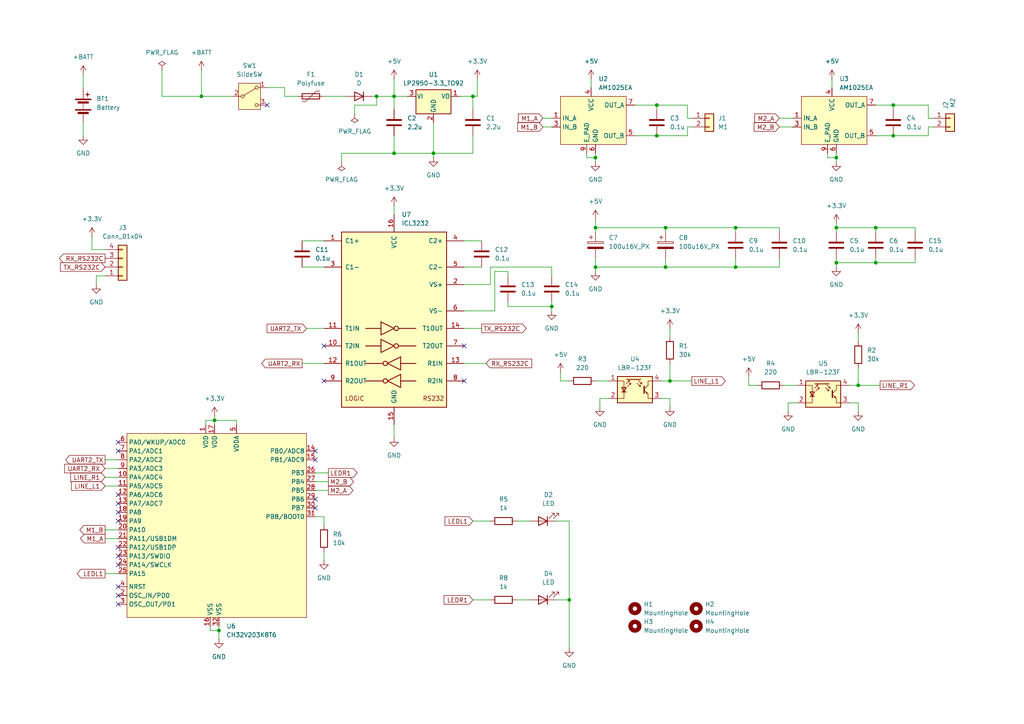
<source format=kicad_sch>
(kicad_sch (version 20250114) (generator "eeschema") (generator_version "9.0")
  (paper "A4")
  (title_block (title "ProgrammingKIT_Car") (date "2025-11-27") (rev "1.0.0") (company "©2025 CITERA"))
  (lib_symbols
    (symbol "CH32V:CH32V203K8T6"
      (property "Reference" "U" (at -16.51 29.21 0))
      (property "Value" "CH32V203K8T6" (at -15.24 26.67 0))
      (symbol "CH32V203K8T6_1_1"
        (pin bidirectional line (at -27.94 22.86 0) (length 2.54) (name "PA0/WKUP/ADC0") (number "6"))
        (pin bidirectional line (at -27.94 20.32 0) (length 2.54) (name "PA1/ADC1") (number "7"))
        (pin bidirectional line (at -27.94 17.78 0) (length 2.54) (name "PA2/ADC2") (number "8"))
        (pin bidirectional line (at -27.94 15.24 0) (length 2.54) (name "PA3/ADC3") (number "9"))
        (pin bidirectional line (at -27.94 12.7 0) (length 2.54) (name "PA4/ADC4") (number "10"))
        (pin bidirectional line (at -27.94 10.16 0) (length 2.54) (name "PA5/ADC5") (number "11"))
        (pin bidirectional line (at -27.94 7.62 0) (length 2.54) (name "PA6/ADC6") (number "12"))
        (pin bidirectional line (at -27.94 5.08 0) (length 2.54) (name "PA7/ADC7") (number "13"))
        (pin bidirectional line (at -27.94 2.54 0) (length 2.54) (name "PA8") (number "18"))
        (pin bidirectional line (at -27.94 0 0) (length 2.54) (name "PA9") (number "19"))
        (pin bidirectional line (at -27.94 -2.54 0) (length 2.54) (name "PA10") (number "20"))
        (pin bidirectional line (at -27.94 -5.08 0) (length 2.54) (name "PA11/USB1DM") (number "21"))
        (pin bidirectional line (at -27.94 -7.62 0) (length 2.54) (name "PA12/USB1DP") (number "22"))
        (pin bidirectional line (at -27.94 -10.16 0) (length 2.54) (name "PA13/SWDIO") (number "23"))
        (pin bidirectional line (at -27.94 -12.7 0) (length 2.54) (name "PA14/SWCLK") (number "24"))
        (pin bidirectional line (at -27.94 -15.24 0) (length 2.54) (name "PA15") (number "25"))
        (pin bidirectional line (at -27.94 -19.05 0) (length 2.54) (name "NRST") (number "4"))
        (pin bidirectional line (at -27.94 -21.59 0) (length 2.54) (name "OSC_IN/PD0") (number "2"))
        (pin bidirectional line (at -27.94 -24.13 0) (length 2.54) (name "OSC_OUT/PD1") (number "3"))
        (pin power_in line (at -2.54 27.94 270) (length 2.54) (name "VDD") (number "1"))
        (pin power_in line (at -1.27 -30.48 90) (length 2.54) (name "VSS") (number "16"))
        (pin power_in line (at 0 27.94 270) (length 2.54) (name "VDD") (number "17"))
        (pin power_in line (at 1.27 -30.48 90) (length 2.54) (name "VSS") (number "32"))
        (pin power_in line (at 6.35 27.94 270) (length 2.54) (name "VDDA") (number "5"))
        (pin bidirectional line (at 29.21 20.32 180) (length 2.54) (name "PB0/ADC8") (number "14"))
        (pin bidirectional line (at 29.21 17.78 180) (length 2.54) (name "PB1/ADC9") (number "15"))
        (pin bidirectional line (at 29.21 13.97 180) (length 2.54) (name "PB3") (number "26"))
        (pin bidirectional line (at 29.21 11.43 180) (length 2.54) (name "PB4") (number "27"))
        (pin bidirectional line (at 29.21 8.89 180) (length 2.54) (name "PB5") (number "28"))
        (pin bidirectional line (at 29.21 6.35 180) (length 2.54) (name "PB6") (number "29"))
        (pin bidirectional line (at 29.21 3.81 180) (length 2.54) (name "PB7") (number "30"))
        (pin bidirectional line (at 29.21 1.27 180) (length 2.54) (name "PB8/BOOT0") (number "31"))
      )
    )
    (symbol "Connector_Generic:Conn_01x02" (pin_names (offset 1.016) (hide yes))
      (property "Reference" "J" (at 0 2.54 0))
      (property "Value" "Conn_01x02" (at 0 -5.08 0))
      (symbol "Conn_01x02_1_1"
        (pin passive line (at -5.08 0 0) (length 3.81) (name "Pin_1") (number "1"))
        (pin passive line (at -5.08 -2.54 0) (length 3.81) (name "Pin_2") (number "2"))
      )
    )
    (symbol "Connector_Generic:Conn_01x04" (pin_names (offset 1.016) (hide yes))
      (property "Reference" "J" (at 0 5.08 0))
      (property "Value" "Conn_01x04" (at 0 -7.62 0))
      (symbol "Conn_01x04_1_1"
        (pin passive line (at -5.08 2.54 0) (length 3.81) (name "Pin_1") (number "1"))
        (pin passive line (at -5.08 0 0) (length 3.81) (name "Pin_2") (number "2"))
        (pin passive line (at -5.08 -2.54 0) (length 3.81) (name "Pin_3") (number "3"))
        (pin passive line (at -5.08 -5.08 0) (length 3.81) (name "Pin_4") (number "4"))
      )
    )
    (symbol "Device:Battery" (pin_numbers (hide yes)) (pin_names (offset 0) (hide yes))
      (property "Reference" "BT" (at 2.54 2.54 0))
      (property "Value" "Battery" (at 2.54 0 0))
      (symbol "Battery_1_1"
        (pin passive line (at 0 5.08 270) (length 2.54) (name "+") (number "1"))
        (pin passive line (at 0 -5.08 90) (length 2.54) (name "-") (number "2"))
      )
    )
    (symbol "Device:C" (pin_numbers (hide yes)) (pin_names (offset 0.254))
      (property "Reference" "C" (at 0.635 2.54 0))
      (property "Value" "C" (at 0.635 -2.54 0))
      (symbol "C_1_1"
        (pin passive line (at 0 3.81 270) (length 2.794) (name "~") (number "1"))
        (pin passive line (at 0 -3.81 90) (length 2.794) (name "~") (number "2"))
      )
    )
    (symbol "Device:C_Polarized" (pin_numbers (hide yes)) (pin_names (offset 0.254))
      (property "Reference" "C" (at 0.635 2.54 0))
      (property "Value" "C_Polarized" (at 0.635 -2.54 0))
      (symbol "C_Polarized_1_1"
        (pin passive line (at 0 3.81 270) (length 2.794) (name "~") (number "1"))
        (pin passive line (at 0 -3.81 90) (length 2.794) (name "~") (number "2"))
      )
    )
    (symbol "Device:D" (pin_numbers (hide yes)) (pin_names (offset 1.016) (hide yes))
      (property "Reference" "D" (at 0 2.54 0))
      (property "Value" "D" (at 0 -2.54 0))
      (symbol "D_1_1"
        (pin passive line (at -3.81 0 0) (length 2.54) (name "K") (number "1"))
        (pin passive line (at 3.81 0 180) (length 2.54) (name "A") (number "2"))
      )
    )
    (symbol "Device:LED" (pin_numbers (hide yes)) (pin_names (offset 1.016) (hide yes))
      (property "Reference" "D" (at 0 2.54 0))
      (property "Value" "LED" (at 0 -2.54 0))
      (symbol "LED_1_1"
        (pin passive line (at -3.81 0 0) (length 2.54) (name "K") (number "1"))
        (pin passive line (at 3.81 0 180) (length 2.54) (name "A") (number "2"))
      )
    )
    (symbol "Device:Polyfuse" (pin_numbers (hide yes)) (pin_names (offset 0))
      (property "Reference" "F" (at -2.54 0 90))
      (property "Value" "Polyfuse" (at 2.54 0 90))
      (symbol "Polyfuse_1_1"
        (pin passive line (at 0 3.81 270) (length 1.27) (name "~") (number "1"))
        (pin passive line (at 0 -3.81 90) (length 1.27) (name "~") (number "2"))
      )
    )
    (symbol "Device:R" (pin_numbers (hide yes)) (pin_names (offset 0))
      (property "Reference" "R" (at 2.032 0 90))
      (property "Value" "R" (at 0 0 90))
      (symbol "R_1_1"
        (pin passive line (at 0 3.81 270) (length 1.27) (name "~") (number "1"))
        (pin passive line (at 0 -3.81 90) (length 1.27) (name "~") (number "2"))
      )
    )
    (symbol "Interface_UART:ICL3232" (pin_names (offset 1.016))
      (property "Reference" "U" (at -2.54 28.575 0))
      (property "Value" "ICL3232" (at -2.54 26.67 0))
      (symbol "ICL3232_0_0"
        (text "LOGIC" (at -11.43 -22.86 0) (effects (font (size 1.27 1.27))))
        (text "RS232" (at 11.43 -22.86 0) (effects (font (size 1.27 1.27))))
      )
      (symbol "ICL3232_1_1"
        (pin passive line (at -20.32 22.86 0) (length 5.08) (name "C1+") (number "1"))
        (pin passive line (at -20.32 15.24 0) (length 5.08) (name "C1-") (number "3"))
        (pin input line (at -20.32 -2.54 0) (length 5.08) (name "T1IN") (number "11"))
        (pin input line (at -20.32 -7.62 0) (length 5.08) (name "T2IN") (number "10"))
        (pin output line (at -20.32 -12.7 0) (length 5.08) (name "R1OUT") (number "12"))
        (pin output line (at -20.32 -17.78 0) (length 5.08) (name "R2OUT") (number "9"))
        (pin power_in line (at 0 30.48 270) (length 5.08) (name "VCC") (number "16"))
        (pin power_in line (at 0 -30.48 90) (length 5.08) (name "GND") (number "15"))
        (pin passive line (at 20.32 22.86 180) (length 5.08) (name "C2+") (number "4"))
        (pin passive line (at 20.32 15.24 180) (length 5.08) (name "C2-") (number "5"))
        (pin power_out line (at 20.32 10.16 180) (length 5.08) (name "VS+") (number "2"))
        (pin power_out line (at 20.32 2.54 180) (length 5.08) (name "VS-") (number "6"))
        (pin output line (at 20.32 -2.54 180) (length 5.08) (name "T1OUT") (number "14"))
        (pin output line (at 20.32 -7.62 180) (length 5.08) (name "T2OUT") (number "7"))
        (pin input line (at 20.32 -12.7 180) (length 5.08) (name "R1IN") (number "13"))
        (pin input line (at 20.32 -17.78 180) (length 5.08) (name "R2IN") (number "8"))
      )
    )
    (symbol "Mechanical:MountingHole" (pin_names (offset 1.016)) (in_bom no)
      (property "Reference" "H" (at 0 5.08 0))
      (property "Value" "MountingHole" (at 0 3.175 0))
    )
    (symbol "Regulator_Linear:LP2950-3.3_TO92" (pin_names (offset 0.254))
      (property "Reference" "U" (at -3.81 3.175 0))
      (property "Value" "LP2950-3.3_TO92" (at 0 3.175 0))
      (symbol "LP2950-3.3_TO92_1_1"
        (pin power_in line (at -7.62 0 0) (length 2.54) (name "VI") (number "3"))
        (pin power_in line (at 0 -7.62 90) (length 2.54) (name "GND") (number "2"))
        (pin power_out line (at 7.62 0 180) (length 2.54) (name "VO") (number "1"))
      )
    )
    (symbol "Switch:SW_SPDT" (pin_names (offset 0) (hide yes))
      (property "Reference" "SW" (at 0 5.08 0))
      (property "Value" "SW_SPDT" (at 0 -5.08 0))
      (symbol "SW_SPDT_1_1"
        (pin passive line (at -5.08 0 0) (length 2.54) (name "B") (number "2"))
        (pin passive line (at 5.08 2.54 180) (length 2.54) (name "A") (number "1"))
        (pin passive line (at 5.08 -2.54 180) (length 2.54) (name "C") (number "3"))
      )
    )
    (symbol "power:+3.3V" (power) (pin_numbers (hide yes)) (pin_names (offset 0) (hide yes))
      (property "Value" "+3.3V" (at 0 3.556 0))
      (symbol "+3.3V_1_1"
        (pin power_in line (at 0 0 90) (length 0) (name "~") (number "1"))
      )
    )
    (symbol "power:+5V" (power) (pin_numbers (hide yes)) (pin_names (offset 0) (hide yes))
      (property "Value" "+5V" (at 0 3.556 0))
      (symbol "+5V_1_1"
        (pin power_in line (at 0 0 90) (length 0) (name "~") (number "1"))
      )
    )
    (symbol "power:+BATT" (power) (pin_numbers (hide yes)) (pin_names (offset 0) (hide yes))
      (property "Value" "+BATT" (at 0 3.556 0))
      (symbol "+BATT_1_1"
        (pin power_in line (at 0 0 90) (length 0) (name "~") (number "1"))
      )
    )
    (symbol "power:GND" (power) (pin_numbers (hide yes)) (pin_names (offset 0) (hide yes))
      (property "Value" "GND" (at 0 -3.81 0))
      (symbol "GND_1_1"
        (pin power_in line (at 0 0 270) (length 0) (name "~") (number "1"))
      )
    )
    (symbol "power:PWR_FLAG" (power) (pin_numbers (hide yes)) (pin_names (offset 0) (hide yes))
      (property "Value" "PWR_FLAG" (at 0 3.81 0))
      (symbol "PWR_FLAG_0_0"
        (pin power_out line (at 0 0 90) (length 0) (name "~") (number "1"))
      )
    )
    (symbol "watashi:AM1025EA"
      (property "Reference" "U" (at 0.254 10.922 0))
      (property "Value" "AM1025EA" (at 3.048 8.89 0))
      (symbol "AM1025EA_1_1"
        (pin input line (at -13.97 1.27 0) (length 2.54) (name "IN_A") (number "1"))
        (pin input line (at -13.97 -1.27 0) (length 2.54) (name "IN_B") (number "3"))
        (pin power_in line (at -3.81 -8.89 90) (length 2.54) (name "E_PAD") (number "9"))
        (pin power_in line (at -2.54 10.16 270) (length 2.54) (name "VCC") (number "4"))
        (pin power_in line (at -1.27 -8.89 90) (length 2.54) (name "GND") (number "6"))
        (pin output line (at 10.16 5.08 180) (length 2.54) (name "OUT_A") (number "7"))
        (pin no_connect line (at 10.16 2.54 180) (length 2.54) (hide yes) (name "") (number "2"))
        (pin no_connect line (at 10.16 0 180) (length 2.54) (hide yes) (name "") (number "8"))
        (pin output line (at 10.16 -3.81 180) (length 2.54) (name "OUT_B") (number "5"))
      )
    )
    (symbol "watashi:LBR-123F" (pin_names (offset 0.0254) (hide yes))
      (property "Reference" "U" (at -5.08 5.08 0))
      (property "Value" "LBR-123F" (at 7.62 5.08 0))
      (symbol "LBR-123F_1_1"
        (pin passive line (at -7.62 2.54 0) (length 2.54) (name "A") (number "1"))
        (pin passive line (at -7.62 -2.54 0) (length 2.54) (name "K") (number "2"))
        (pin open_collector line (at 7.62 2.54 180) (length 2.54) (name "C") (number "4"))
        (pin open_emitter line (at 7.62 -2.54 180) (length 2.54) (name "E") (number "3"))
      )
    )
  )
  (junction (at 165.1 173.99))
  (junction (at 242.57 76.2))
  (junction (at 248.92 111.76))
  (junction (at 114.3 27.94))
  (junction (at 137.16 27.94))
  (junction (at 213.36 66.04))
  (junction (at 193.04 77.47))
  (junction (at 213.36 77.47))
  (junction (at 254 76.2))
  (junction (at 114.3 44.45))
  (junction (at 190.5 39.37))
  (junction (at 62.23 121.92))
  (junction (at 259.08 39.37))
  (junction (at 259.08 30.48))
  (junction (at 172.72 66.04))
  (junction (at 194.31 110.49))
  (junction (at 254 66.04))
  (junction (at 160.02 88.9))
  (junction (at 242.57 45.72))
  (junction (at 190.5 30.48))
  (junction (at 109.22 27.94))
  (junction (at 172.72 77.47))
  (junction (at 58.42 27.94))
  (junction (at 63.5 182.88))
  (junction (at 172.72 45.72))
  (junction (at 193.04 66.04))
  (junction (at 125.73 44.45))
  (junction (at 242.57 66.04))
  (no_connect (at 34.29 158.75))
  (no_connect (at 93.98 110.49))
  (no_connect (at 34.29 143.51))
  (no_connect (at 34.29 163.83))
  (no_connect (at 34.29 151.13))
  (no_connect (at 34.29 128.27))
  (no_connect (at 91.44 144.78))
  (no_connect (at 91.44 147.32))
  (no_connect (at 34.29 170.18))
  (no_connect (at 34.29 161.29))
  (no_connect (at 91.44 130.81))
  (no_connect (at 93.98 100.33))
  (no_connect (at 91.44 133.35))
  (no_connect (at 134.62 110.49))
  (no_connect (at 77.47 30.48))
  (no_connect (at 34.29 130.81))
  (no_connect (at 34.29 175.26))
  (no_connect (at 34.29 146.05))
  (no_connect (at 34.29 148.59))
  (no_connect (at 134.62 100.33))
  (no_connect (at 34.29 172.72))
  (wire (pts (xy 171.45 22.86) (xy 171.45 25.4)))
  (wire (pts (xy 165.1 151.13) (xy 161.29 151.13)))
  (wire (pts (xy 242.57 74.93) (xy 242.57 76.2)))
  (wire (pts (xy 194.31 110.49) (xy 200.66 110.49)))
  (wire (pts (xy 24.13 21.59) (xy 24.13 25.4)))
  (wire (pts (xy 125.73 35.56) (xy 125.73 44.45)))
  (wire (pts (xy 172.72 66.04) (xy 172.72 67.31)))
  (wire (pts (xy 142.24 77.47) (xy 160.02 77.47)))
  (wire (pts (xy 58.42 20.32) (xy 58.42 27.94)))
  (wire (pts (xy 184.15 39.37) (xy 190.5 39.37)))
  (wire (pts (xy 59.69 121.92) (xy 62.23 121.92)))
  (wire (pts (xy 59.69 123.19) (xy 59.69 121.92)))
  (wire (pts (xy 173.99 118.11) (xy 173.99 115.57)))
  (wire (pts (xy 114.3 27.94) (xy 118.11 27.94)))
  (wire (pts (xy 172.72 110.49) (xy 176.53 110.49)))
  (wire (pts (xy 114.3 22.86) (xy 114.3 27.94)))
  (wire (pts (xy 143.51 90.17) (xy 134.62 90.17)))
  (wire (pts (xy 193.04 67.31) (xy 193.04 66.04)))
  (wire (pts (xy 213.36 74.93) (xy 213.36 77.47)))
  (wire (pts (xy 30.48 80.01) (xy 27.94 80.01)))
  (wire (pts (xy 194.31 95.25) (xy 194.31 97.79)))
  (wire (pts (xy 172.72 77.47) (xy 172.72 78.74)))
  (wire (pts (xy 107.95 27.94) (xy 109.22 27.94)))
  (wire (pts (xy 134.62 77.47) (xy 139.7 77.47)))
  (wire (pts (xy 228.6 116.84) (xy 231.14 116.84)))
  (wire (pts (xy 193.04 66.04) (xy 172.72 66.04)))
  (wire (pts (xy 26.67 72.39) (xy 30.48 72.39)))
  (wire (pts (xy 191.77 115.57) (xy 194.31 115.57)))
  (wire (pts (xy 248.92 116.84) (xy 248.92 119.38)))
  (wire (pts (xy 109.22 27.94) (xy 109.22 30.48)))
  (wire (pts (xy 143.51 78.74) (xy 143.51 90.17)))
  (wire (pts (xy 172.72 45.72) (xy 172.72 46.99)))
  (wire (pts (xy 63.5 182.88) (xy 63.5 185.42)))
  (wire (pts (xy 109.22 27.94) (xy 114.3 27.94)))
  (wire (pts (xy 137.16 173.99) (xy 142.24 173.99)))
  (wire (pts (xy 30.48 140.97) (xy 34.29 140.97)))
  (wire (pts (xy 63.5 181.61) (xy 63.5 182.88)))
  (wire (pts (xy 134.62 105.41) (xy 140.97 105.41)))
  (wire (pts (xy 58.42 27.94) (xy 67.31 27.94)))
  (wire (pts (xy 184.15 30.48) (xy 190.5 30.48)))
  (wire (pts (xy 259.08 39.37) (xy 269.24 39.37)))
  (wire (pts (xy 137.16 27.94) (xy 138.43 27.94)))
  (wire (pts (xy 137.16 151.13) (xy 142.24 151.13)))
  (wire (pts (xy 30.48 138.43) (xy 34.29 138.43)))
  (wire (pts (xy 87.63 105.41) (xy 93.98 105.41)))
  (wire (pts (xy 246.38 111.76) (xy 248.92 111.76)))
  (wire (pts (xy 172.72 63.5) (xy 172.72 66.04)))
  (wire (pts (xy 125.73 44.45) (xy 137.16 44.45)))
  (wire (pts (xy 114.3 59.69) (xy 114.3 62.23)))
  (wire (pts (xy 226.06 36.83) (xy 229.87 36.83)))
  (wire (pts (xy 114.3 44.45) (xy 125.73 44.45)))
  (wire (pts (xy 95.25 142.24) (xy 91.44 142.24)))
  (wire (pts (xy 24.13 35.56) (xy 24.13 39.37)))
  (wire (pts (xy 194.31 105.41) (xy 194.31 110.49)))
  (wire (pts (xy 93.98 27.94) (xy 100.33 27.94)))
  (wire (pts (xy 242.57 44.45) (xy 242.57 45.72)))
  (wire (pts (xy 30.48 156.21) (xy 34.29 156.21)))
  (wire (pts (xy 226.06 34.29) (xy 229.87 34.29)))
  (wire (pts (xy 30.48 133.35) (xy 34.29 133.35)))
  (wire (pts (xy 254 76.2) (xy 242.57 76.2)))
  (wire (pts (xy 193.04 77.47) (xy 213.36 77.47)))
  (wire (pts (xy 199.39 30.48) (xy 199.39 34.29)))
  (wire (pts (xy 228.6 119.38) (xy 228.6 116.84)))
  (wire (pts (xy 95.25 139.7) (xy 91.44 139.7)))
  (wire (pts (xy 138.43 27.94) (xy 138.43 22.86)))
  (wire (pts (xy 242.57 66.04) (xy 254 66.04)))
  (wire (pts (xy 217.17 111.76) (xy 219.71 111.76)))
  (wire (pts (xy 270.51 36.83) (xy 269.24 36.83)))
  (wire (pts (xy 139.7 95.25) (xy 134.62 95.25)))
  (wire (pts (xy 133.35 27.94) (xy 137.16 27.94)))
  (wire (pts (xy 248.92 96.52) (xy 248.92 99.06)))
  (wire (pts (xy 254 66.04) (xy 254 67.31)))
  (wire (pts (xy 134.62 69.85) (xy 139.7 69.85)))
  (wire (pts (xy 95.25 137.16) (xy 91.44 137.16)))
  (wire (pts (xy 172.72 74.93) (xy 172.72 77.47)))
  (wire (pts (xy 153.67 151.13) (xy 149.86 151.13)))
  (wire (pts (xy 269.24 30.48) (xy 269.24 34.29)))
  (wire (pts (xy 30.48 166.37) (xy 34.29 166.37)))
  (wire (pts (xy 102.87 30.48) (xy 109.22 30.48)))
  (wire (pts (xy 82.55 25.4) (xy 82.55 27.94)))
  (wire (pts (xy 259.08 30.48) (xy 259.08 31.75)))
  (wire (pts (xy 125.73 45.72) (xy 125.73 44.45)))
  (wire (pts (xy 93.98 149.86) (xy 93.98 152.4)))
  (wire (pts (xy 160.02 87.63) (xy 160.02 88.9)))
  (wire (pts (xy 242.57 45.72) (xy 242.57 46.99)))
  (wire (pts (xy 87.63 69.85) (xy 93.98 69.85)))
  (wire (pts (xy 143.51 78.74) (xy 147.32 78.74)))
  (wire (pts (xy 114.3 127) (xy 114.3 123.19)))
  (wire (pts (xy 68.58 121.92) (xy 68.58 123.19)))
  (wire (pts (xy 269.24 34.29) (xy 270.51 34.29)))
  (wire (pts (xy 102.87 33.02) (xy 102.87 30.48)))
  (wire (pts (xy 77.47 25.4) (xy 82.55 25.4)))
  (wire (pts (xy 248.92 106.68) (xy 248.92 111.76)))
  (wire (pts (xy 213.36 77.47) (xy 226.06 77.47)))
  (wire (pts (xy 26.67 68.58) (xy 26.67 72.39)))
  (wire (pts (xy 190.5 30.48) (xy 190.5 31.75)))
  (wire (pts (xy 213.36 66.04) (xy 226.06 66.04)))
  (wire (pts (xy 172.72 44.45) (xy 172.72 45.72)))
  (wire (pts (xy 46.99 20.32) (xy 46.99 27.94)))
  (wire (pts (xy 259.08 30.48) (xy 269.24 30.48)))
  (wire (pts (xy 157.48 36.83) (xy 160.02 36.83)))
  (wire (pts (xy 160.02 77.47) (xy 160.02 80.01)))
  (wire (pts (xy 265.43 74.93) (xy 265.43 76.2)))
  (wire (pts (xy 242.57 66.04) (xy 242.57 67.31)))
  (wire (pts (xy 190.5 30.48) (xy 199.39 30.48)))
  (wire (pts (xy 147.32 80.01) (xy 147.32 78.74)))
  (wire (pts (xy 248.92 111.76) (xy 255.27 111.76)))
  (wire (pts (xy 30.48 153.67) (xy 34.29 153.67)))
  (wire (pts (xy 82.55 27.94) (xy 86.36 27.94)))
  (wire (pts (xy 170.18 45.72) (xy 170.18 44.45)))
  (wire (pts (xy 27.94 80.01) (xy 27.94 82.55)))
  (wire (pts (xy 172.72 45.72) (xy 170.18 45.72)))
  (wire (pts (xy 91.44 149.86) (xy 93.98 149.86)))
  (wire (pts (xy 114.3 27.94) (xy 114.3 31.75)))
  (wire (pts (xy 114.3 39.37) (xy 114.3 44.45)))
  (wire (pts (xy 157.48 34.29) (xy 160.02 34.29)))
  (wire (pts (xy 165.1 173.99) (xy 165.1 187.96)))
  (wire (pts (xy 240.03 44.45) (xy 240.03 45.72)))
  (wire (pts (xy 227.33 111.76) (xy 231.14 111.76)))
  (wire (pts (xy 134.62 82.55) (xy 142.24 82.55)))
  (wire (pts (xy 30.48 135.89) (xy 34.29 135.89)))
  (wire (pts (xy 254 74.93) (xy 254 76.2)))
  (wire (pts (xy 88.9 95.25) (xy 93.98 95.25)))
  (wire (pts (xy 160.02 88.9) (xy 147.32 88.9)))
  (wire (pts (xy 193.04 74.93) (xy 193.04 77.47)))
  (wire (pts (xy 62.23 120.65) (xy 62.23 121.92)))
  (wire (pts (xy 254 30.48) (xy 259.08 30.48)))
  (wire (pts (xy 87.63 77.47) (xy 93.98 77.47)))
  (wire (pts (xy 254 39.37) (xy 259.08 39.37)))
  (wire (pts (xy 242.57 76.2) (xy 242.57 77.47)))
  (wire (pts (xy 226.06 77.47) (xy 226.06 74.93)))
  (wire (pts (xy 193.04 66.04) (xy 213.36 66.04)))
  (wire (pts (xy 162.56 110.49) (xy 165.1 110.49)))
  (wire (pts (xy 63.5 182.88) (xy 60.96 182.88)))
  (wire (pts (xy 62.23 121.92) (xy 62.23 123.19)))
  (wire (pts (xy 199.39 36.83) (xy 200.66 36.83)))
  (wire (pts (xy 226.06 66.04) (xy 226.06 67.31)))
  (wire (pts (xy 161.29 173.99) (xy 165.1 173.99)))
  (wire (pts (xy 242.57 64.77) (xy 242.57 66.04)))
  (wire (pts (xy 46.99 27.94) (xy 58.42 27.94)))
  (wire (pts (xy 99.06 44.45) (xy 114.3 44.45)))
  (wire (pts (xy 62.23 121.92) (xy 68.58 121.92)))
  (wire (pts (xy 173.99 115.57) (xy 176.53 115.57)))
  (wire (pts (xy 213.36 66.04) (xy 213.36 67.31)))
  (wire (pts (xy 142.24 82.55) (xy 142.24 77.47)))
  (wire (pts (xy 265.43 76.2) (xy 254 76.2)))
  (wire (pts (xy 60.96 182.88) (xy 60.96 181.61)))
  (wire (pts (xy 269.24 36.83) (xy 269.24 39.37)))
  (wire (pts (xy 265.43 67.31) (xy 265.43 66.04)))
  (wire (pts (xy 217.17 109.22) (xy 217.17 111.76)))
  (wire (pts (xy 199.39 39.37) (xy 199.39 36.83)))
  (wire (pts (xy 153.67 173.99) (xy 149.86 173.99)))
  (wire (pts (xy 160.02 88.9) (xy 160.02 90.17)))
  (wire (pts (xy 246.38 116.84) (xy 248.92 116.84)))
  (wire (pts (xy 137.16 27.94) (xy 137.16 31.75)))
  (wire (pts (xy 147.32 88.9) (xy 147.32 87.63)))
  (wire (pts (xy 93.98 162.56) (xy 93.98 160.02)))
  (wire (pts (xy 165.1 151.13) (xy 165.1 173.99)))
  (wire (pts (xy 241.3 22.86) (xy 241.3 25.4)))
  (wire (pts (xy 191.77 110.49) (xy 194.31 110.49)))
  (wire (pts (xy 137.16 44.45) (xy 137.16 39.37)))
  (wire (pts (xy 254 66.04) (xy 265.43 66.04)))
  (wire (pts (xy 190.5 39.37) (xy 199.39 39.37)))
  (wire (pts (xy 199.39 34.29) (xy 200.66 34.29)))
  (wire (pts (xy 162.56 107.95) (xy 162.56 110.49)))
  (wire (pts (xy 172.72 77.47) (xy 193.04 77.47)))
  (wire (pts (xy 240.03 45.72) (xy 242.57 45.72)))
  (wire (pts (xy 194.31 115.57) (xy 194.31 118.11)))
  (wire (pts (xy 99.06 44.45) (xy 99.06 46.99)))
  (global_label "LEDR1" (shape input) (at 137.16 173.99 180) (property "Intersheetrefs" "${INTERSHEET_REFS}" (effects (hide yes))))
  (global_label "M1_B" (shape output) (at 30.48 153.67 180) (property "Intersheetrefs" "${INTERSHEET_REFS}" (effects (hide yes))))
  (global_label "LINE_L1" (shape input) (at 30.48 140.97 180) (property "Intersheetrefs" "${INTERSHEET_REFS}" (effects (hide yes))))
  (global_label "RX_RS232C" (shape output) (at 30.48 74.93 180) (property "Intersheetrefs" "${INTERSHEET_REFS}" (effects (hide yes))))
  (global_label "RX_RS232C" (shape input) (at 140.97 105.41 0) (property "Intersheetrefs" "${INTERSHEET_REFS}" (effects (hide yes))))
  (global_label "UART2_RX" (shape input) (at 30.48 135.89 180) (property "Intersheetrefs" "${INTERSHEET_REFS}" (effects (hide yes))))
  (global_label "LEDR1" (shape output) (at 95.25 137.16 0) (property "Intersheetrefs" "${INTERSHEET_REFS}" (effects (hide yes))))
  (global_label "M2_B" (shape output) (at 95.25 139.7 0) (property "Intersheetrefs" "${INTERSHEET_REFS}" (effects (hide yes))))
  (global_label "M2_A" (shape output) (at 95.25 142.24 0) (property "Intersheetrefs" "${INTERSHEET_REFS}" (effects (hide yes))))
  (global_label "M2_B" (shape input) (at 226.06 36.83 180) (property "Intersheetrefs" "${INTERSHEET_REFS}" (effects (hide yes))))
  (global_label "LINE_R1" (shape output) (at 255.27 111.76 0) (property "Intersheetrefs" "${INTERSHEET_REFS}" (effects (hide yes))))
  (global_label "LEDL1" (shape output) (at 30.48 166.37 180) (property "Intersheetrefs" "${INTERSHEET_REFS}" (effects (hide yes))))
  (global_label "M1_A" (shape output) (at 30.48 156.21 180) (property "Intersheetrefs" "${INTERSHEET_REFS}" (effects (hide yes))))
  (global_label "M2_A" (shape input) (at 226.06 34.29 180) (property "Intersheetrefs" "${INTERSHEET_REFS}" (effects (hide yes))))
  (global_label "LEDL1" (shape input) (at 137.16 151.13 180) (property "Intersheetrefs" "${INTERSHEET_REFS}" (effects (hide yes))))
  (global_label "M1_A" (shape input) (at 157.48 34.29 180) (property "Intersheetrefs" "${INTERSHEET_REFS}" (effects (hide yes))))
  (global_label "UART2_TX" (shape input) (at 88.9 95.25 180) (property "Intersheetrefs" "${INTERSHEET_REFS}" (effects (hide yes))))
  (global_label "M1_B" (shape input) (at 157.48 36.83 180) (property "Intersheetrefs" "${INTERSHEET_REFS}" (effects (hide yes))))
  (global_label "TX_RS232C" (shape output) (at 139.7 95.25 0) (property "Intersheetrefs" "${INTERSHEET_REFS}" (effects (hide yes))))
  (global_label "LINE_L1" (shape output) (at 200.66 110.49 0) (property "Intersheetrefs" "${INTERSHEET_REFS}" (effects (hide yes))))
  (global_label "TX_RS232C" (shape input) (at 30.48 77.47 180) (property "Intersheetrefs" "${INTERSHEET_REFS}" (effects (hide yes))))
  (global_label "LINE_R1" (shape input) (at 30.48 138.43 180) (property "Intersheetrefs" "${INTERSHEET_REFS}" (effects (hide yes))))
  (global_label "UART2_TX" (shape output) (at 30.48 133.35 180) (property "Intersheetrefs" "${INTERSHEET_REFS}" (effects (hide yes))))
  (global_label "UART2_RX" (shape output) (at 87.63 105.41 180) (property "Intersheetrefs" "${INTERSHEET_REFS}" (effects (hide yes))))
  (symbol (lib_id "Device:LED") (at 157.48 151.13 180) (unit 1)
    (property "Reference" "D2" (at 159.0675 143.51 0))
    (property "Value" "LED" (at 159.0675 146.05 0))
    (property "Footprint" "yuki_lib:LED_D3.0mm" (effects (hide yes)))
    (property "Description" "Light emitting diode" (effects (hide yes)))
    (property "Sim.Pins" "1=K 2=A" (effects (hide yes)))
  )
  (symbol (lib_id "power:+5V") (at 172.72 63.5 0) (unit 1)
    (property "Reference" "#PWR027" (effects (hide yes)))
    (property "Value" "+5V" (at 172.72 58.42 0))
    (property "Description" "Power symbol creates a global label with name \"+5V\"" (effects (hide yes)))
  )
  (symbol (lib_id "Device:R") (at 248.92 102.87 0) (unit 1)
    (property "Reference" "R2" (at 251.46 101.5999 0) (effects (justify left)))
    (property "Value" "30k" (at 251.46 104.1399 0) (effects (justify left)))
    (property "Footprint" "Resistor_SMD:R_0603_1608Metric_Pad0.98x0.95mm_HandSolder" (effects (hide yes)))
    (property "Description" "Resistor" (effects (hide yes)))
  )
  (symbol (lib_id "power:+3.3V") (at 26.67 68.58 0) (unit 1)
    (property "Reference" "#PWR011" (effects (hide yes)))
    (property "Value" "+3.3V" (at 26.67 63.5 0))
    (property "Description" "Power symbol creates a global label with name \"+3.3V\"" (effects (hide yes)))
  )
  (symbol (lib_id "Device:C") (at 114.3 35.56 0) (unit 1)
    (property "Reference" "C2" (at 118.11 34.2899 0) (effects (justify left)))
    (property "Value" "2.2u" (at 118.11 36.8299 0) (effects (justify left)))
    (property "Footprint" "Capacitor_SMD:C_0603_1608Metric_Pad1.08x0.95mm_HandSolder" (effects (hide yes)))
    (property "Description" "Unpolarized capacitor" (effects (hide yes)))
  )
  (symbol (lib_id "watashi:LBR-123F") (at 238.76 114.3 0) (unit 1)
    (property "Reference" "U5" (at 238.76 105.41 0))
    (property "Value" "LBR-123F" (at 238.76 107.95 0))
    (property "Footprint" "yuki_lib:LBR-123F" (effects (hide yes)))
    (property "Description" "Subminiature Reflective Optical Sensor, SMD-package with PCB-cutout" (effects (hide yes)))
  )
  (symbol (lib_id "power:GND") (at 165.1 187.96 0) (unit 1)
    (property "Reference" "#PWR026" (effects (hide yes)))
    (property "Value" "GND" (at 165.1 193.04 0))
    (property "Description" "Power symbol creates a global label with name \"GND\" , ground" (effects (hide yes)))
  )
  (symbol (lib_id "power:GND") (at 114.3 127 0) (unit 1)
    (property "Reference" "#PWR031" (effects (hide yes)))
    (property "Value" "GND" (at 114.3 132.08 0))
    (property "Description" "Power symbol creates a global label with name \"GND\" , ground" (effects (hide yes)))
  )
  (symbol (lib_id "watashi:LBR-123F") (at 184.15 113.03 0) (unit 1)
    (property "Reference" "U4" (at 184.15 104.14 0))
    (property "Value" "LBR-123F" (at 184.15 106.68 0))
    (property "Footprint" "yuki_lib:LBR-123F" (effects (hide yes)))
    (property "Description" "Subminiature Reflective Optical Sensor, SMD-package with PCB-cutout" (effects (hide yes)))
  )
  (symbol (lib_id "power:+BATT") (at 58.42 20.32 0) (unit 1)
    (property "Reference" "#PWR01" (effects (hide yes)))
    (property "Value" "+BATT" (at 58.42 15.24 0))
    (property "Description" "Power symbol creates a global label with name \"+BATT\"" (effects (hide yes)))
  )
  (symbol (lib_id "power:+3.3V") (at 194.31 95.25 0) (unit 1)
    (property "Reference" "#PWR012" (effects (hide yes)))
    (property "Value" "+3.3V" (at 194.31 90.17 0))
    (property "Description" "Power symbol creates a global label with name \"+3.3V\"" (effects (hide yes)))
  )
  (symbol (lib_id "power:PWR_FLAG") (at 102.87 33.02 180) (unit 1)
    (property "Reference" "#FLG01" (effects (hide yes)))
    (property "Value" "PWR_FLAG" (at 102.87 38.1 0))
    (property "Description" "Special symbol for telling ERC where power comes from" (effects (hide yes)))
  )
  (symbol (lib_id "Device:C") (at 259.08 35.56 0) (unit 1)
    (property "Reference" "C4" (at 262.89 34.2899 0) (effects (justify left)))
    (property "Value" "0.1u" (at 262.89 36.8299 0) (effects (justify left)))
    (property "Footprint" "Capacitor_SMD:C_0603_1608Metric_Pad1.08x0.95mm_HandSolder" (effects (hide yes)))
    (property "Description" "Unpolarized capacitor" (effects (hide yes)))
  )
  (symbol (lib_id "power:GND") (at 248.92 119.38 0) (unit 1)
    (property "Reference" "#PWR020" (effects (hide yes)))
    (property "Value" "GND" (at 248.92 124.46 0))
    (property "Description" "Power symbol creates a global label with name \"GND\" , ground" (effects (hide yes)))
  )
  (symbol (lib_id "power:GND") (at 172.72 46.99 0) (unit 1)
    (property "Reference" "#PWR09" (effects (hide yes)))
    (property "Value" "GND" (at 172.72 52.07 0))
    (property "Description" "Power symbol creates a global label with name \"GND\" , ground" (effects (hide yes)))
  )
  (symbol (lib_id "power:GND") (at 194.31 118.11 0) (unit 1)
    (property "Reference" "#PWR018" (effects (hide yes)))
    (property "Value" "GND" (at 194.31 123.19 0))
    (property "Description" "Power symbol creates a global label with name \"GND\" , ground" (effects (hide yes)))
  )
  (symbol (lib_id "Mechanical:MountingHole") (at 201.93 176.53 0) (unit 1) (in_bom no)
    (property "Reference" "H2" (at 204.47 175.2599 0) (effects (justify left)))
    (property "Value" "MountingHole" (at 204.47 177.7999 0) (effects (justify left)))
    (property "Footprint" "MountingHole:MountingHole_3.2mm_M3" (effects (hide yes)))
    (property "Description" "Mounting Hole without connection" (effects (hide yes)))
  )
  (symbol (lib_id "power:+BATT") (at 24.13 21.59 0) (unit 1)
    (property "Reference" "#PWR02" (effects (hide yes)))
    (property "Value" "+BATT" (at 24.13 16.51 0))
    (property "Description" "Power symbol creates a global label with name \"+BATT\"" (effects (hide yes)))
  )
  (symbol (lib_id "Device:C") (at 213.36 71.12 0) (unit 1)
    (property "Reference" "C9" (at 217.17 69.8499 0) (effects (justify left)))
    (property "Value" "0.1u" (at 217.17 72.3899 0) (effects (justify left)))
    (property "Footprint" "Capacitor_SMD:C_0603_1608Metric_Pad1.08x0.95mm_HandSolder" (effects (hide yes)))
    (property "Description" "Unpolarized capacitor" (effects (hide yes)))
  )
  (symbol (lib_id "Connector_Generic:Conn_01x04") (at 35.56 77.47 0) (mirror x) (unit 1)
    (property "Reference" "J3" (at 35.56 66.04 0))
    (property "Value" "Conn_01x04" (at 35.56 68.58 0))
    (property "Footprint" "Connector_JST:JST_PH_B4B-PH-K_1x04_P2.00mm_Vertical" (effects (hide yes)))
    (property "Description" "Generic connector, single row, 01x04, script generated (kicad-library-utils/schlib/autogen/connector/)" (effects (hide yes)))
  )
  (symbol (lib_id "Device:R") (at 146.05 151.13 90) (unit 1)
    (property "Reference" "R5" (at 146.05 144.78 90))
    (property "Value" "1k" (at 146.05 147.32 90))
    (property "Footprint" "Resistor_SMD:R_0603_1608Metric_Pad0.98x0.95mm_HandSolder" (effects (hide yes)))
    (property "Description" "Resistor" (effects (hide yes)))
  )
  (symbol (lib_id "Device:C") (at 190.5 35.56 0) (unit 1)
    (property "Reference" "C3" (at 194.31 34.2899 0) (effects (justify left)))
    (property "Value" "0.1u" (at 194.31 36.8299 0) (effects (justify left)))
    (property "Footprint" "Capacitor_SMD:C_0603_1608Metric_Pad1.08x0.95mm_HandSolder" (effects (hide yes)))
    (property "Description" "Unpolarized capacitor" (effects (hide yes)))
  )
  (symbol (lib_id "Device:R") (at 168.91 110.49 90) (unit 1)
    (property "Reference" "R3" (at 168.91 104.14 90))
    (property "Value" "220" (at 168.91 106.68 90))
    (property "Footprint" "Resistor_SMD:R_0603_1608Metric_Pad0.98x0.95mm_HandSolder" (effects (hide yes)))
    (property "Description" "Resistor" (effects (hide yes)))
  )
  (symbol (lib_id "Device:C") (at 226.06 71.12 0) (unit 1)
    (property "Reference" "C10" (at 229.87 69.8499 0) (effects (justify left)))
    (property "Value" "0.1u" (at 229.87 72.3899 0) (effects (justify left)))
    (property "Footprint" "Capacitor_SMD:C_0603_1608Metric_Pad1.08x0.95mm_HandSolder" (effects (hide yes)))
    (property "Description" "Unpolarized capacitor" (effects (hide yes)))
  )
  (symbol (lib_id "Device:C_Polarized") (at 193.04 71.12 0) (unit 1)
    (property "Reference" "C8" (at 196.85 68.9609 0) (effects (justify left)))
    (property "Value" "100u16V_PX" (at 196.85 71.5009 0) (effects (justify left)))
    (property "Footprint" "Capacitor_THT:C_Radial_D5.0mm_H11.0mm_P2.00mm" (effects (hide yes)))
    (property "Description" "Polarized capacitor" (effects (hide yes)))
  )
  (symbol (lib_id "power:+3.3V") (at 138.43 22.86 0) (unit 1)
    (property "Reference" "#PWR04" (effects (hide yes)))
    (property "Value" "+3.3V" (at 138.43 17.78 0))
    (property "Description" "Power symbol creates a global label with name \"+3.3V\"" (effects (hide yes)))
  )
  (symbol (lib_id "CH32V:CH32V203K8T6") (at 62.23 151.13 0) (unit 1)
    (property "Reference" "U6" (at 65.6433 181.61 0) (effects (justify left)))
    (property "Value" "CH32V203K8T6" (at 65.6433 184.15 0) (effects (justify left)))
    (property "Footprint" "Package_QFP:LQFP-32_7x7mm_P0.8mm" (effects (hide yes)))
  )
  (symbol (lib_id "watashi:AM1025EA") (at 243.84 35.56 0) (unit 1)
    (property "Reference" "U3" (at 243.4433 22.86 0) (effects (justify left)))
    (property "Value" "AM1025EA" (at 243.4433 25.4 0) (effects (justify left)))
    (property "Footprint" "yuki_lib:SOP-8_3.76x4.96mm_P1.27mm_ThermalPAD" (effects (hide yes)))
    (property "Description" "AMtek Motor Driver IC" (effects (hide yes)))
  )
  (symbol (lib_id "Device:C") (at 139.7 73.66 0) (unit 1)
    (property "Reference" "C12" (at 143.51 72.3899 0) (effects (justify left)))
    (property "Value" "0.1u" (at 143.51 74.9299 0) (effects (justify left)))
    (property "Footprint" "Capacitor_SMD:C_0603_1608Metric_Pad1.08x0.95mm_HandSolder" (effects (hide yes)))
    (property "Description" "Unpolarized capacitor" (effects (hide yes)))
  )
  (symbol (lib_id "Device:C") (at 137.16 35.56 0) (unit 1)
    (property "Reference" "C1" (at 140.97 34.2899 0) (effects (justify left)))
    (property "Value" "2.2u" (at 140.97 36.8299 0) (effects (justify left)))
    (property "Footprint" "Capacitor_SMD:C_0603_1608Metric_Pad1.08x0.95mm_HandSolder" (effects (hide yes)))
    (property "Description" "Unpolarized capacitor" (effects (hide yes)))
  )
  (symbol (lib_id "Device:R") (at 146.05 173.99 90) (unit 1)
    (property "Reference" "R8" (at 146.05 167.64 90))
    (property "Value" "1k" (at 146.05 170.18 90))
    (property "Footprint" "Resistor_SMD:R_0603_1608Metric_Pad0.98x0.95mm_HandSolder" (effects (hide yes)))
    (property "Description" "Resistor" (effects (hide yes)))
  )
  (symbol (lib_id "Device:C") (at 147.32 83.82 0) (unit 1)
    (property "Reference" "C13" (at 151.13 82.5499 0) (effects (justify left)))
    (property "Value" "0.1u" (at 151.13 85.0899 0) (effects (justify left)))
    (property "Footprint" "Capacitor_SMD:C_0603_1608Metric_Pad1.08x0.95mm_HandSolder" (effects (hide yes)))
    (property "Description" "Unpolarized capacitor" (effects (hide yes)))
  )
  (symbol (lib_id "Device:Battery") (at 24.13 30.48 0) (unit 1)
    (property "Reference" "BT1" (at 27.94 28.6384 0) (effects (justify left)))
    (property "Value" "Battery" (at 27.94 31.1784 0) (effects (justify left)))
    (property "Footprint" "Connector_JST:JST_XH_B2B-XH-A_1x02_P2.50mm_Vertical" (effects (hide yes)))
    (property "Description" "Multiple-cell battery" (effects (hide yes)))
  )
  (symbol (lib_id "power:GND") (at 27.94 82.55 0) (unit 1)
    (property "Reference" "#PWR014" (effects (hide yes)))
    (property "Value" "GND" (at 27.94 87.63 0))
    (property "Description" "Power symbol creates a global label with name \"GND\" , ground" (effects (hide yes)))
  )
  (symbol (lib_id "Device:R") (at 194.31 101.6 0) (unit 1)
    (property "Reference" "R1" (at 196.85 100.3299 0) (effects (justify left)))
    (property "Value" "30k" (at 196.85 102.8699 0) (effects (justify left)))
    (property "Footprint" "Resistor_SMD:R_0603_1608Metric_Pad0.98x0.95mm_HandSolder" (effects (hide yes)))
    (property "Description" "Resistor" (effects (hide yes)))
  )
  (symbol (lib_id "Connector_Generic:Conn_01x02") (at 205.74 34.29 0) (unit 1)
    (property "Reference" "J1" (at 208.28 34.2899 0) (effects (justify left)))
    (property "Value" "M1" (at 208.28 36.8299 0) (effects (justify left)))
    (property "Footprint" "Connector_JST:JST_XH_B2B-XH-A_1x02_P2.50mm_Vertical" (effects (hide yes)))
    (property "Description" "Generic connector, single row, 01x02, script generated (kicad-library-utils/schlib/autogen/connector/)" (effects (hide yes)))
  )
  (symbol (lib_id "Device:C") (at 87.63 73.66 0) (unit 1)
    (property "Reference" "C11" (at 91.44 72.3899 0) (effects (justify left)))
    (property "Value" "0.1u" (at 91.44 74.9299 0) (effects (justify left)))
    (property "Footprint" "Capacitor_SMD:C_0603_1608Metric_Pad1.08x0.95mm_HandSolder" (effects (hide yes)))
    (property "Description" "Unpolarized capacitor" (effects (hide yes)))
  )
  (symbol (lib_id "power:+5V") (at 114.3 22.86 0) (unit 1)
    (property "Reference" "#PWR03" (effects (hide yes)))
    (property "Value" "+5V" (at 114.3 17.78 0))
    (property "Description" "Power symbol creates a global label with name \"+5V\"" (effects (hide yes)))
  )
  (symbol (lib_id "Device:C") (at 242.57 71.12 0) (unit 1)
    (property "Reference" "C5" (at 246.38 69.8499 0) (effects (justify left)))
    (property "Value" "0.1u" (at 246.38 72.3899 0) (effects (justify left)))
    (property "Footprint" "Capacitor_SMD:C_0603_1608Metric_Pad1.08x0.95mm_HandSolder" (effects (hide yes)))
    (property "Description" "Unpolarized capacitor" (effects (hide yes)))
  )
  (symbol (lib_id "power:GND") (at 173.99 118.11 0) (unit 1)
    (property "Reference" "#PWR017" (effects (hide yes)))
    (property "Value" "GND" (at 173.99 123.19 0))
    (property "Description" "Power symbol creates a global label with name \"GND\" , ground" (effects (hide yes)))
  )
  (symbol (lib_id "power:+3.3V") (at 114.3 59.69 0) (unit 1)
    (property "Reference" "#PWR029" (effects (hide yes)))
    (property "Value" "+3.3V" (at 114.3 54.61 0))
    (property "Description" "Power symbol creates a global label with name \"+3.3V\"" (effects (hide yes)))
  )
  (symbol (lib_id "Device:LED") (at 157.48 173.99 180) (unit 1)
    (property "Reference" "D4" (at 159.0675 166.37 0))
    (property "Value" "LED" (at 159.0675 168.91 0))
    (property "Footprint" "yuki_lib:LED_D3.0mm" (effects (hide yes)))
    (property "Description" "Light emitting diode" (effects (hide yes)))
    (property "Sim.Pins" "1=K 2=A" (effects (hide yes)))
  )
  (symbol (lib_id "Mechanical:MountingHole") (at 184.15 176.53 0) (unit 1) (in_bom no)
    (property "Reference" "H1" (at 186.69 175.2599 0) (effects (justify left)))
    (property "Value" "MountingHole" (at 186.69 177.7999 0) (effects (justify left)))
    (property "Footprint" "MountingHole:MountingHole_3.2mm_M3" (effects (hide yes)))
    (property "Description" "Mounting Hole without connection" (effects (hide yes)))
  )
  (symbol (lib_id "power:GND") (at 24.13 39.37 0) (unit 1)
    (property "Reference" "#PWR07" (effects (hide yes)))
    (property "Value" "GND" (at 24.13 44.45 0))
    (property "Description" "Power symbol creates a global label with name \"GND\" , ground" (effects (hide yes)))
  )
  (symbol (lib_id "power:GND") (at 228.6 119.38 0) (unit 1)
    (property "Reference" "#PWR019" (effects (hide yes)))
    (property "Value" "GND" (at 228.6 124.46 0))
    (property "Description" "Power symbol creates a global label with name \"GND\" , ground" (effects (hide yes)))
  )
  (symbol (lib_id "power:GND") (at 242.57 77.47 0) (unit 1)
    (property "Reference" "#PWR022" (effects (hide yes)))
    (property "Value" "GND" (at 242.57 82.55 0))
    (property "Description" "Power symbol creates a global label with name \"GND\" , ground" (effects (hide yes)))
  )
  (symbol (lib_id "power:GND") (at 125.73 45.72 0) (unit 1)
    (property "Reference" "#PWR08" (effects (hide yes)))
    (property "Value" "GND" (at 125.73 50.8 0))
    (property "Description" "Power symbol creates a global label with name \"GND\" , ground" (effects (hide yes)))
  )
  (symbol (lib_id "power:GND") (at 242.57 46.99 0) (unit 1)
    (property "Reference" "#PWR010" (effects (hide yes)))
    (property "Value" "GND" (at 242.57 52.07 0))
    (property "Description" "Power symbol creates a global label with name \"GND\" , ground" (effects (hide yes)))
  )
  (symbol (lib_id "power:PWR_FLAG") (at 99.06 46.99 180) (unit 1)
    (property "Reference" "#FLG02" (effects (hide yes)))
    (property "Value" "PWR_FLAG" (at 99.06 52.07 0))
    (property "Description" "Special symbol for telling ERC where power comes from" (effects (hide yes)))
  )
  (symbol (lib_id "watashi:AM1025EA") (at 173.99 35.56 0) (unit 1)
    (property "Reference" "U2" (at 173.5933 22.86 0) (effects (justify left)))
    (property "Value" "AM1025EA" (at 173.5933 25.4 0) (effects (justify left)))
    (property "Footprint" "yuki_lib:SOP-8_3.76x4.96mm_P1.27mm_ThermalPAD" (effects (hide yes)))
    (property "Description" "AMtek Motor Driver IC" (effects (hide yes)))
  )
  (symbol (lib_id "power:+3.3V") (at 242.57 64.77 0) (unit 1)
    (property "Reference" "#PWR021" (effects (hide yes)))
    (property "Value" "+3.3V" (at 242.57 59.69 0))
    (property "Description" "Power symbol creates a global label with name \"+3.3V\"" (effects (hide yes)))
  )
  (symbol (lib_id "Device:C") (at 265.43 71.12 0) (unit 1)
    (property "Reference" "C15" (at 269.24 69.8499 0) (effects (justify left)))
    (property "Value" "0.1u" (at 269.24 72.3899 0) (effects (justify left)))
    (property "Footprint" "Capacitor_SMD:C_0603_1608Metric_Pad1.08x0.95mm_HandSolder" (effects (hide yes)))
    (property "Description" "Unpolarized capacitor" (effects (hide yes)))
  )
  (symbol (lib_id "Device:C") (at 254 71.12 0) (unit 1)
    (property "Reference" "C6" (at 257.81 69.8499 0) (effects (justify left)))
    (property "Value" "0.1u" (at 257.81 72.3899 0) (effects (justify left)))
    (property "Footprint" "Capacitor_SMD:C_0603_1608Metric_Pad1.08x0.95mm_HandSolder" (effects (hide yes)))
    (property "Description" "Unpolarized capacitor" (effects (hide yes)))
  )
  (symbol (lib_id "power:GND") (at 93.98 162.56 0) (unit 1)
    (property "Reference" "#PWR024" (effects (hide yes)))
    (property "Value" "GND" (at 93.98 167.64 0))
    (property "Description" "Power symbol creates a global label with name \"GND\" , ground" (effects (hide yes)))
  )
  (symbol (lib_id "Device:D") (at 104.14 27.94 180) (unit 1)
    (property "Reference" "D1" (at 104.14 21.59 0))
    (property "Value" "D" (at 104.14 24.13 0))
    (property "Footprint" "yuki_lib:D_DO-41_SOD81_P5.08mm_Vertical_KathodeUp" (effects (hide yes)))
    (property "Description" "Diode" (effects (hide yes)))
    (property "Sim.Device" "D" (effects (hide yes)))
    (property "Sim.Pins" "1=K 2=A" (effects (hide yes)))
  )
  (symbol (lib_id "Device:R") (at 93.98 156.21 0) (unit 1)
    (property "Reference" "R6" (at 96.52 154.9399 0) (effects (justify left)))
    (property "Value" "10k" (at 96.52 157.4799 0) (effects (justify left)))
    (property "Footprint" "Resistor_SMD:R_0603_1608Metric_Pad0.98x0.95mm_HandSolder" (effects (hide yes)))
    (property "Description" "Resistor" (effects (hide yes)))
  )
  (symbol (lib_id "Mechanical:MountingHole") (at 201.93 181.61 0) (unit 1) (in_bom no)
    (property "Reference" "H4" (at 204.47 180.3399 0) (effects (justify left)))
    (property "Value" "MountingHole" (at 204.47 182.8799 0) (effects (justify left)))
    (property "Footprint" "MountingHole:MountingHole_3.2mm_M3" (effects (hide yes)))
    (property "Description" "Mounting Hole without connection" (effects (hide yes)))
  )
  (symbol (lib_id "Device:C") (at 160.02 83.82 0) (unit 1)
    (property "Reference" "C14" (at 163.83 82.5499 0) (effects (justify left)))
    (property "Value" "0.1u" (at 163.83 85.0899 0) (effects (justify left)))
    (property "Footprint" "Capacitor_SMD:C_0603_1608Metric_Pad1.08x0.95mm_HandSolder" (effects (hide yes)))
    (property "Description" "Unpolarized capacitor" (effects (hide yes)))
  )
  (symbol (lib_id "power:+5V") (at 171.45 22.86 0) (unit 1)
    (property "Reference" "#PWR05" (effects (hide yes)))
    (property "Value" "+5V" (at 171.45 17.78 0))
    (property "Description" "Power symbol creates a global label with name \"+5V\"" (effects (hide yes)))
  )
  (symbol (lib_id "power:+3.3V") (at 62.23 120.65 0) (unit 1)
    (property "Reference" "#PWR023" (effects (hide yes)))
    (property "Value" "+3.3V" (at 62.23 115.57 0))
    (property "Description" "Power symbol creates a global label with name \"+3.3V\"" (effects (hide yes)))
  )
  (symbol (lib_id "power:GND") (at 172.72 78.74 0) (unit 1)
    (property "Reference" "#PWR028" (effects (hide yes)))
    (property "Value" "GND" (at 172.72 83.82 0))
    (property "Description" "Power symbol creates a global label with name \"GND\" , ground" (effects (hide yes)))
  )
  (symbol (lib_id "power:PWR_FLAG") (at 46.99 20.32 0) (unit 1)
    (property "Reference" "#FLG03" (effects (hide yes)))
    (property "Value" "PWR_FLAG" (at 46.99 15.24 0))
    (property "Description" "Special symbol for telling ERC where power comes from" (effects (hide yes)))
  )
  (symbol (lib_id "power:+3.3V") (at 248.92 96.52 0) (unit 1)
    (property "Reference" "#PWR013" (effects (hide yes)))
    (property "Value" "+3.3V" (at 248.92 91.44 0))
    (property "Description" "Power symbol creates a global label with name \"+3.3V\"" (effects (hide yes)))
  )
  (symbol (lib_id "Device:R") (at 223.52 111.76 90) (unit 1)
    (property "Reference" "R4" (at 223.52 105.41 90))
    (property "Value" "220" (at 223.52 107.95 90))
    (property "Footprint" "Resistor_SMD:R_0603_1608Metric_Pad0.98x0.95mm_HandSolder" (effects (hide yes)))
    (property "Description" "Resistor" (effects (hide yes)))
  )
  (symbol (lib_id "Connector_Generic:Conn_01x02") (at 275.59 34.29 0) (unit 1)
    (property "Reference" "J2" (at 274.3199 31.75 90) (effects (justify left)))
    (property "Value" "M2" (at 276.352 31.242 90) (effects (justify left)))
    (property "Footprint" "Connector_JST:JST_XH_B2B-XH-A_1x02_P2.50mm_Vertical" (effects (hide yes)))
    (property "Description" "Generic connector, single row, 01x02, script generated (kicad-library-utils/schlib/autogen/connector/)" (effects (hide yes)))
  )
  (symbol (lib_id "power:GND") (at 63.5 185.42 0) (unit 1)
    (property "Reference" "#PWR025" (effects (hide yes)))
    (property "Value" "GND" (at 63.5 190.5 0))
    (property "Description" "Power symbol creates a global label with name \"GND\" , ground" (effects (hide yes)))
  )
  (symbol (lib_id "power:+5V") (at 162.56 107.95 0) (unit 1)
    (property "Reference" "#PWR015" (effects (hide yes)))
    (property "Value" "+5V" (at 162.56 102.87 0))
    (property "Description" "Power symbol creates a global label with name \"+5V\"" (effects (hide yes)))
  )
  (symbol (lib_id "power:+5V") (at 217.17 109.22 0) (unit 1)
    (property "Reference" "#PWR016" (effects (hide yes)))
    (property "Value" "+5V" (at 217.17 104.14 0))
    (property "Description" "Power symbol creates a global label with name \"+5V\"" (effects (hide yes)))
  )
  (symbol (lib_id "power:+5V") (at 241.3 22.86 0) (unit 1)
    (property "Reference" "#PWR06" (effects (hide yes)))
    (property "Value" "+5V" (at 241.3 17.78 0))
    (property "Description" "Power symbol creates a global label with name \"+5V\"" (effects (hide yes)))
  )
  (symbol (lib_id "Mechanical:MountingHole") (at 184.15 181.61 0) (unit 1) (in_bom no)
    (property "Reference" "H3" (at 186.69 180.3399 0) (effects (justify left)))
    (property "Value" "MountingHole" (at 186.69 182.8799 0) (effects (justify left)))
    (property "Footprint" "MountingHole:MountingHole_3.2mm_M3" (effects (hide yes)))
    (property "Description" "Mounting Hole without connection" (effects (hide yes)))
  )
  (symbol (lib_id "Interface_UART:ICL3232") (at 114.3 92.71 0) (unit 1)
    (property "Reference" "U7" (at 116.4941 62.23 0) (effects (justify left)))
    (property "Value" "ICL3232" (at 116.4941 64.77 0) (effects (justify left)))
    (property "Footprint" "Package_SO:TSSOP-16_4.4x5mm_P0.65mm" (effects (hide yes)))
    (property "Datasheet" "http://www.intersil.com/content/dam/Intersil/documents/icl3/icl3221-22-23-32-41-43.pdf" (effects (hide yes)))
    (property "Description" "3.0V to 5.5V, Low-Power, up to 250kbps, True RS-232 Transceivers Using Four 0.1μF External Capacitors" (effects (hide yes)))
  )
  (symbol (lib_id "Device:Polyfuse") (at 90.17 27.94 90) (unit 1)
    (property "Reference" "F1" (at 90.17 21.59 90))
    (property "Value" "Polyfuse" (at 90.17 24.13 90))
    (property "Footprint" "yuki_lib:R_1_6W" (effects (hide yes)))
    (property "Description" "Resettable fuse, polymeric positive temperature coefficient" (effects (hide yes)))
  )
  (symbol (lib_id "Switch:SW_SPDT") (at 72.39 27.94 0) (unit 1)
    (property "Reference" "SW1" (at 72.39 19.05 0))
    (property "Value" "SlideSW" (at 72.39 21.59 0))
    (property "Footprint" "yuki_lib:SW_SlideSW_3Pin_P2.54" (effects (hide yes)))
    (property "Description" "Switch, single pole double throw" (effects (hide yes)))
  )
  (symbol (lib_id "Device:C_Polarized") (at 172.72 71.12 0) (unit 1)
    (property "Reference" "C7" (at 176.53 68.9609 0) (effects (justify left)))
    (property "Value" "100u16V_PX" (at 176.53 71.5009 0) (effects (justify left)))
    (property "Footprint" "Capacitor_THT:C_Radial_D5.0mm_H11.0mm_P2.00mm" (effects (hide yes)))
    (property "Description" "Polarized capacitor" (effects (hide yes)))
  )
  (symbol (lib_id "Regulator_Linear:LP2950-3.3_TO92") (at 125.73 27.94 0) (unit 1)
    (property "Reference" "U1" (at 125.73 21.59 0))
    (property "Value" "LP2950-3.3_TO92" (at 125.73 24.13 0))
    (property "Footprint" "Package_TO_SOT_THT:TO-92_Inline" (effects (hide yes)))
    (property "Datasheet" "http://www.ti.com/lit/ds/symlink/lp2950.pdf" (effects (hide yes)))
    (property "Description" "Positive 100mA 30V Linear Micropower Voltage Regulator, Fixed Output 3.3V, TO-92" (effects (hide yes)))
  )
  (symbol (lib_id "power:GND") (at 160.02 90.17 0) (unit 1)
    (property "Reference" "#PWR030" (effects (hide yes)))
    (property "Value" "GND" (at 160.02 95.25 0))
    (property "Description" "Power symbol creates a global label with name \"GND\" , ground" (effects (hide yes)))
  )
)
</source>
